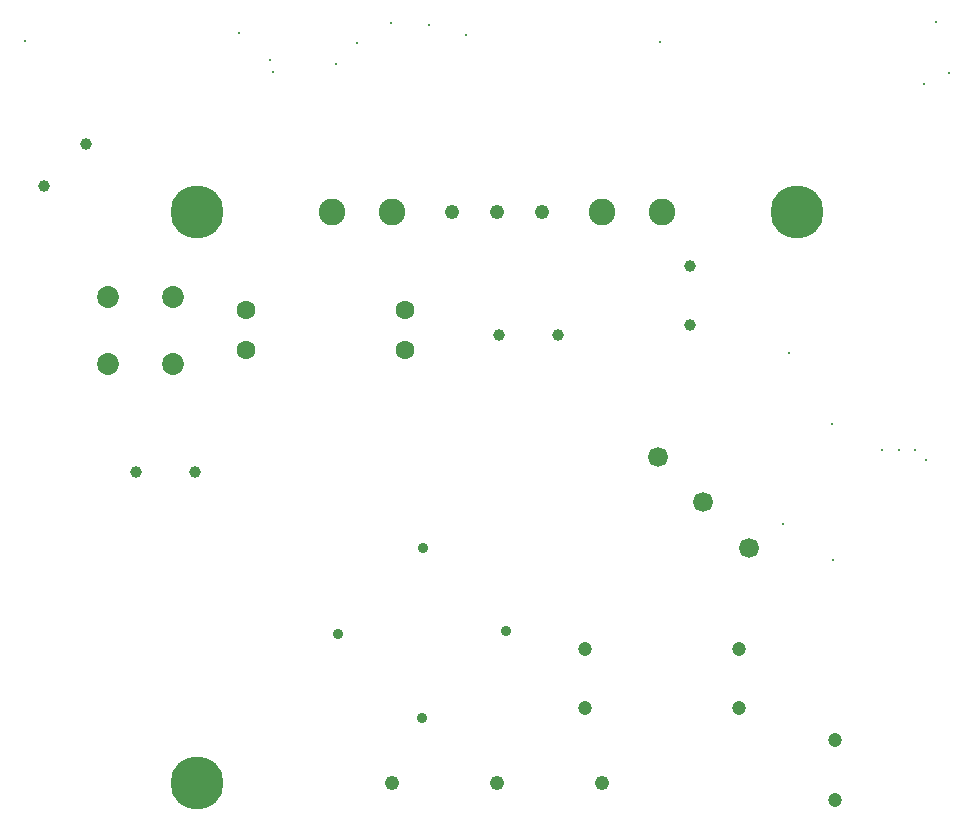
<source format=gbr>
%TF.GenerationSoftware,KiCad,Pcbnew,9.0.0*%
%TF.CreationDate,2025-05-02T12:04:36+02:00*%
%TF.ProjectId,TDK_DCDC_pcb,54444b5f-4443-4444-935f-7063622e6b69,rev?*%
%TF.SameCoordinates,Original*%
%TF.FileFunction,Plated,1,2,PTH,Drill*%
%TF.FilePolarity,Positive*%
%FSLAX46Y46*%
G04 Gerber Fmt 4.6, Leading zero omitted, Abs format (unit mm)*
G04 Created by KiCad (PCBNEW 9.0.0) date 2025-05-02 12:04:36*
%MOMM*%
%LPD*%
G01*
G04 APERTURE LIST*
%TA.AperFunction,ViaDrill*%
%ADD10C,0.300000*%
%TD*%
%TA.AperFunction,ComponentDrill*%
%ADD11C,0.900000*%
%TD*%
%TA.AperFunction,ComponentDrill*%
%ADD12C,1.000000*%
%TD*%
%TA.AperFunction,ComponentDrill*%
%ADD13C,1.200000*%
%TD*%
%TA.AperFunction,ComponentDrill*%
%ADD14C,1.244600*%
%TD*%
%TA.AperFunction,ComponentDrill*%
%ADD15C,1.600000*%
%TD*%
%TA.AperFunction,ComponentDrill*%
%ADD16C,1.690000*%
%TD*%
%TA.AperFunction,ComponentDrill*%
%ADD17C,1.854200*%
%TD*%
%TA.AperFunction,ComponentDrill*%
%ADD18C,2.260600*%
%TD*%
%TA.AperFunction,ComponentDrill*%
%ADD19C,4.500000*%
%TD*%
G04 APERTURE END LIST*
D10*
X104250000Y-63500000D03*
X122337500Y-62837500D03*
X124990000Y-65140000D03*
X125220000Y-66120000D03*
X130600000Y-65506000D03*
X132320000Y-63710000D03*
X135250000Y-62000000D03*
X138460000Y-62150000D03*
X141570000Y-63000000D03*
X158030000Y-63580000D03*
X168420000Y-104450000D03*
X168910000Y-89990000D03*
X172550000Y-95950000D03*
X172680000Y-107510000D03*
X176821325Y-98159070D03*
X178285859Y-98152087D03*
X179634070Y-98159070D03*
X180345000Y-67145000D03*
X180495000Y-99020000D03*
X181370000Y-61903000D03*
X182500000Y-66250000D03*
D11*
%TO.C,C3*%
X130766058Y-113762876D03*
X137837126Y-120833944D03*
%TO.C,C2*%
X137928932Y-106428932D03*
X145000000Y-113500000D03*
D12*
%TO.C,C10*%
X105875920Y-75827767D03*
X109411454Y-72292233D03*
%TO.C,C11*%
X113632323Y-100000000D03*
X118632323Y-100000000D03*
%TO.C,C9*%
X144410000Y-88430000D03*
X149410000Y-88430000D03*
%TO.C,C8*%
X160520000Y-82612324D03*
X160520000Y-87612324D03*
D13*
%TO.C,C1*%
X151679369Y-115000968D03*
X151679369Y-120000968D03*
%TO.C,C6*%
X164679369Y-115000968D03*
X164679369Y-120000968D03*
%TO.C,D1*%
X172805000Y-122710000D03*
X172805000Y-127789999D03*
D14*
%TO.C,U1*%
X135300000Y-126330000D03*
X140380000Y-78030000D03*
X144190000Y-78030000D03*
X144190000Y-126330000D03*
X148000000Y-78030000D03*
X153080000Y-126330000D03*
D15*
%TO.C,F2*%
X122990000Y-86275000D03*
X122990000Y-89675000D03*
X136460000Y-86275000D03*
X136460000Y-89675000D03*
D16*
%TO.C,Q1*%
X157848278Y-98758400D03*
X161694939Y-102605061D03*
X165541600Y-106451722D03*
D17*
%TO.C,LV_out1*%
X111310001Y-85179999D03*
X111310001Y-90880002D03*
X116810000Y-85179998D03*
X116810001Y-90880002D03*
D18*
%TO.C,U1*%
X130220000Y-78030000D03*
X135300000Y-78030000D03*
X153080000Y-78030000D03*
X158160000Y-78030000D03*
D19*
X118790000Y-78029995D03*
X118790000Y-126330000D03*
X169590000Y-78029995D03*
M02*

</source>
